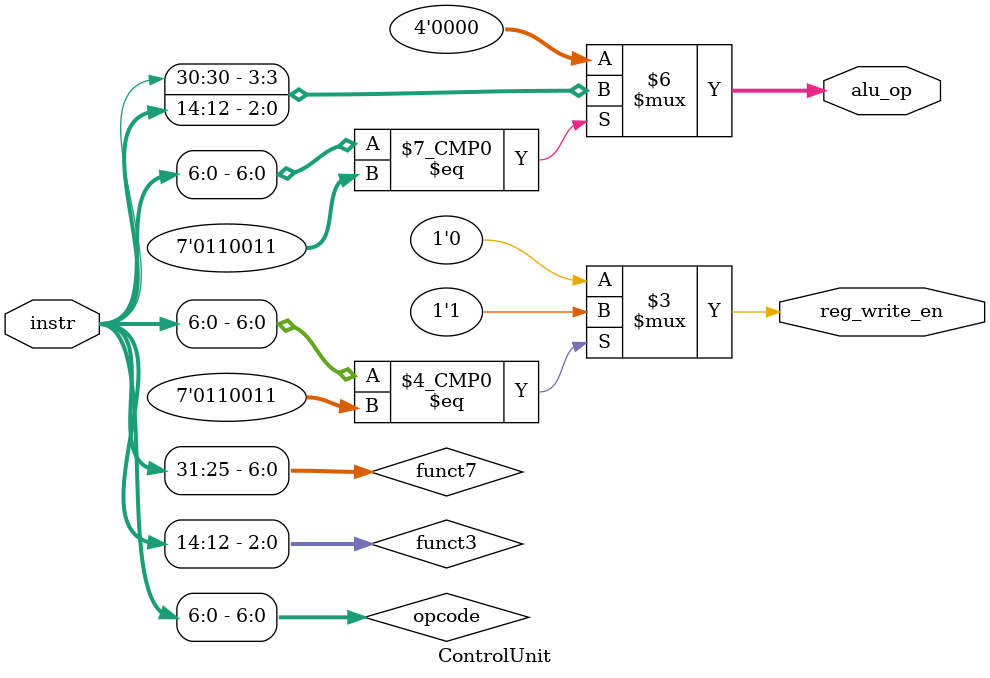
<source format=v>
module ControlUnit(
  input      [31:0] instr,
  output reg [3:0]  alu_op,
  output reg        reg_write_en
  );

  wire [6:0] opcode;
  wire [2:0] funct3;
  wire [6:0] funct7;

  assign opcode = instr[6:0];
  assign funct3 = instr[14:12];
  assign funct7 = instr[31:25];

  always @(*)
  begin
    case(opcode) 
      7'b011_0011: begin
        alu_op         = {funct7[5], funct3};
        reg_write_en   = 1'b1;    // write to rd
      end               
      default: begin
        alu_op         = 4'b0000;
        reg_write_en   = 1'b0;    // no write to rd
      end  
    endcase
  end
endmodule




</source>
